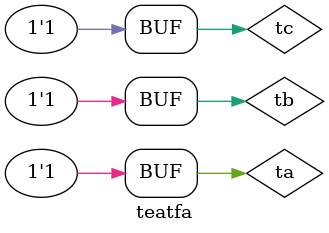
<source format=v>
`timescale 1ns / 1ps



module teatfa(

    );
    reg ta,tb,tc;
    wire su,ca;
    fulladd fa(.a(ta),.b(tb),.c(tc),.s(su),.ca(ca));
    initial begin
    ta=0;tb=0;tc=0; #10
    ta=0;tb=0;tc=1; #10
    ta=0;tb=1;tc=0; #10
    ta=1;tb=0;tc=0; #10
    ta=1;tb=0;tc=1; #10
    ta=1;tb=1;tc=1;
    
    end
endmodule

</source>
